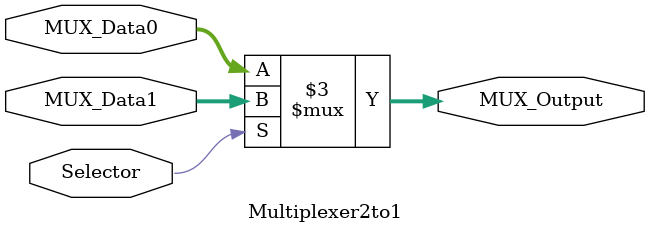
<source format=v>
/******************************************************************
* Description
*	This is a  an 2to1 multiplexer that can be parameterized in its bit-width.
*	1.0
* Author:
*	MSc. José Luis Pizano Escalante
* Date:
*	01/03/2014
******************************************************************/

module Multiplexer2to1
#(
	parameter NBits=32
)
(
	input Selector,
	input [NBits-1:0] MUX_Data0,
	input [NBits-1:0] MUX_Data1,
	
	output reg [NBits-1:0] MUX_Output

);

	always@(Selector,MUX_Data1,MUX_Data0) begin
		if(Selector)
			MUX_Output = MUX_Data1;
		else
			MUX_Output = MUX_Data0;
	end

endmodule
</source>
